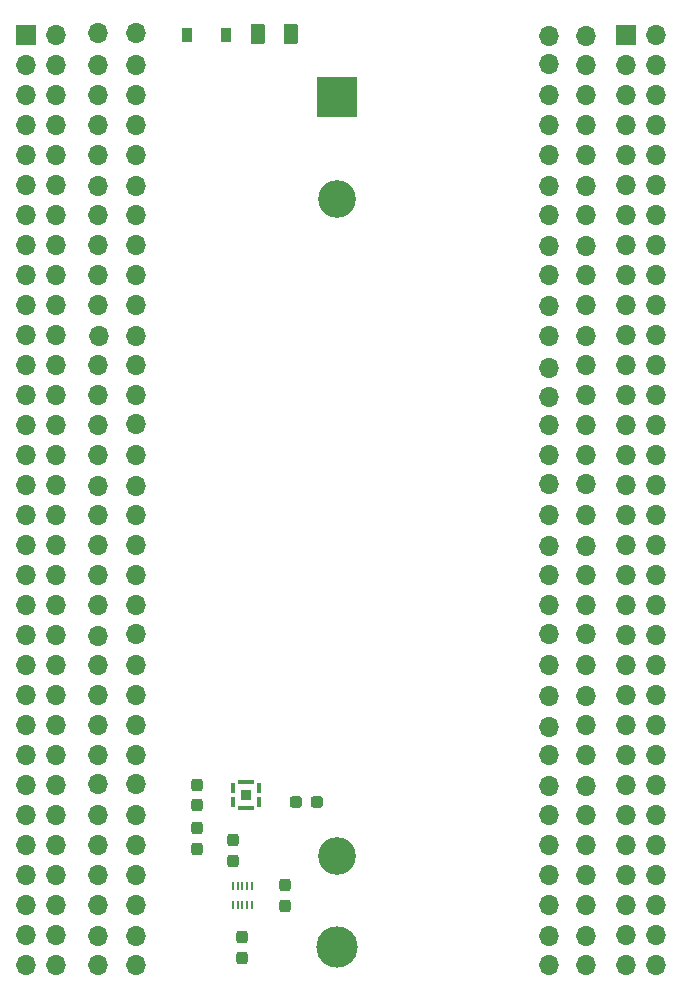
<source format=gbr>
%TF.GenerationSoftware,KiCad,Pcbnew,6.0.5-a6ca702e91~116~ubuntu20.04.1*%
%TF.CreationDate,2022-05-15T13:38:05+02:00*%
%TF.ProjectId,disco-board-pcb,64697363-6f2d-4626-9f61-72642d706362,rev?*%
%TF.SameCoordinates,Original*%
%TF.FileFunction,Soldermask,Bot*%
%TF.FilePolarity,Negative*%
%FSLAX46Y46*%
G04 Gerber Fmt 4.6, Leading zero omitted, Abs format (unit mm)*
G04 Created by KiCad (PCBNEW 6.0.5-a6ca702e91~116~ubuntu20.04.1) date 2022-05-15 13:38:05*
%MOMM*%
%LPD*%
G01*
G04 APERTURE LIST*
G04 Aperture macros list*
%AMRoundRect*
0 Rectangle with rounded corners*
0 $1 Rounding radius*
0 $2 $3 $4 $5 $6 $7 $8 $9 X,Y pos of 4 corners*
0 Add a 4 corners polygon primitive as box body*
4,1,4,$2,$3,$4,$5,$6,$7,$8,$9,$2,$3,0*
0 Add four circle primitives for the rounded corners*
1,1,$1+$1,$2,$3*
1,1,$1+$1,$4,$5*
1,1,$1+$1,$6,$7*
1,1,$1+$1,$8,$9*
0 Add four rect primitives between the rounded corners*
20,1,$1+$1,$2,$3,$4,$5,0*
20,1,$1+$1,$4,$5,$6,$7,0*
20,1,$1+$1,$6,$7,$8,$9,0*
20,1,$1+$1,$8,$9,$2,$3,0*%
G04 Aperture macros list end*
%ADD10R,1.447800X0.406400*%
%ADD11R,0.406400X0.939800*%
%ADD12R,0.939800X0.939800*%
%ADD13O,1.700000X1.700000*%
%ADD14C,3.200000*%
%ADD15R,3.500000X3.500000*%
%ADD16C,3.500000*%
%ADD17R,1.700000X1.700000*%
%ADD18RoundRect,0.250000X0.375000X0.625000X-0.375000X0.625000X-0.375000X-0.625000X0.375000X-0.625000X0*%
%ADD19RoundRect,0.237500X-0.237500X0.287500X-0.237500X-0.287500X0.237500X-0.287500X0.237500X0.287500X0*%
%ADD20RoundRect,0.237500X0.237500X-0.287500X0.237500X0.287500X-0.237500X0.287500X-0.237500X-0.287500X0*%
%ADD21R,0.250000X0.700000*%
%ADD22RoundRect,0.237500X-0.287500X-0.237500X0.287500X-0.237500X0.287500X0.237500X-0.287500X0.237500X0*%
%ADD23R,0.900000X1.200000*%
G04 APERTURE END LIST*
D10*
%TO.C,C2*%
X122700000Y-126017600D03*
D11*
X121582400Y-125475000D03*
X121582400Y-124325000D03*
D10*
X122700000Y-123782400D03*
D11*
X123817600Y-124325000D03*
X123817600Y-125475000D03*
D12*
X122700000Y-124900000D03*
%TD*%
D13*
%TO.C,TP41*%
X113400000Y-83400000D03*
%TD*%
%TO.C,TP108*%
X151500000Y-111300000D03*
%TD*%
%TO.C,TP24*%
X110200000Y-119000000D03*
%TD*%
%TO.C,TP25*%
X110200000Y-121500000D03*
%TD*%
%TO.C,TP7*%
X110200000Y-75800000D03*
%TD*%
%TO.C,TP88*%
X148400000Y-134200000D03*
%TD*%
%TO.C,TP45*%
X113400000Y-98700000D03*
%TD*%
%TO.C,TP123*%
X148400000Y-73300000D03*
%TD*%
%TO.C,TP43*%
X113400000Y-91000000D03*
%TD*%
%TO.C,TP2*%
X110200000Y-63100000D03*
%TD*%
%TO.C,TP77*%
X148400000Y-106300000D03*
%TD*%
%TO.C,TP32*%
X113400000Y-60400000D03*
%TD*%
%TO.C,TP48*%
X113400000Y-106300000D03*
%TD*%
%TO.C,TP20*%
X110200000Y-108800000D03*
%TD*%
%TO.C,TP10*%
X110200000Y-83400000D03*
%TD*%
%TO.C,TP22*%
X110200000Y-113900000D03*
%TD*%
%TO.C,TP29*%
X110200000Y-131700000D03*
%TD*%
%TO.C,TP15*%
X110200000Y-96100000D03*
%TD*%
%TO.C,TP74*%
X148400000Y-98600000D03*
%TD*%
%TO.C,TP121*%
X151500000Y-73300000D03*
%TD*%
%TO.C,TP57*%
X113400000Y-129100000D03*
%TD*%
%TO.C,TP14*%
X110200000Y-93600000D03*
%TD*%
%TO.C,TP73*%
X148400000Y-93600000D03*
%TD*%
%TO.C,TP18*%
X110200000Y-103700000D03*
%TD*%
%TO.C,TP3*%
X110200000Y-65600000D03*
%TD*%
%TO.C,TP70*%
X148400000Y-86000000D03*
%TD*%
%TO.C,TP12*%
X110200000Y-88500000D03*
%TD*%
%TO.C,TP114*%
X151500000Y-126600000D03*
%TD*%
%TO.C,TP23*%
X110200000Y-116400000D03*
%TD*%
%TO.C,TP52*%
X113400000Y-116400000D03*
%TD*%
%TO.C,TP35*%
X113400000Y-68200000D03*
%TD*%
%TO.C,TP71*%
X148400000Y-88700000D03*
%TD*%
%TO.C,TP113*%
X151500000Y-124100000D03*
%TD*%
%TO.C,TP85*%
X148400000Y-126600000D03*
%TD*%
%TO.C,TP21*%
X110200000Y-111400000D03*
%TD*%
%TO.C,TP33*%
X113400000Y-63100000D03*
%TD*%
%TO.C,TP53*%
X113400000Y-119000000D03*
%TD*%
%TO.C,TP122*%
X148400000Y-139300000D03*
%TD*%
%TO.C,TP31*%
X110200000Y-136800000D03*
%TD*%
%TO.C,TP109*%
X151500000Y-113900000D03*
%TD*%
%TO.C,TP99*%
X151500000Y-86000000D03*
%TD*%
%TO.C,TP47*%
X113400000Y-103700000D03*
%TD*%
%TO.C,TP98*%
X151500000Y-83400000D03*
%TD*%
%TO.C,TP59*%
X113400000Y-134200000D03*
%TD*%
%TO.C,TP107*%
X151500000Y-108800000D03*
%TD*%
%TO.C,TP72*%
X148400000Y-91200000D03*
%TD*%
%TO.C,TP34*%
X113400000Y-65600000D03*
%TD*%
%TO.C,TP65*%
X148400000Y-70700000D03*
%TD*%
%TO.C,TP8*%
X110200000Y-78300000D03*
%TD*%
%TO.C,TP94*%
X151500000Y-70700000D03*
%TD*%
%TO.C,TP78*%
X148400000Y-108800000D03*
%TD*%
%TO.C,TP80*%
X148400000Y-113900000D03*
%TD*%
%TO.C,TP68*%
X148400000Y-80900000D03*
%TD*%
%TO.C,TP19*%
X110200000Y-106300000D03*
%TD*%
%TO.C,TP75*%
X148400000Y-101200000D03*
%TD*%
%TO.C,TP119*%
X113400000Y-96100000D03*
%TD*%
%TO.C,TP38*%
X113400000Y-75800000D03*
%TD*%
%TO.C,TP105*%
X151500000Y-103800000D03*
%TD*%
%TO.C,TP67*%
X148400000Y-78400000D03*
%TD*%
%TO.C,TP62*%
X148400000Y-63000000D03*
%TD*%
%TO.C,TP66*%
X148400000Y-75800000D03*
%TD*%
%TO.C,TP79*%
X148400000Y-111300000D03*
%TD*%
%TO.C,TP86*%
X148400000Y-129100000D03*
%TD*%
%TO.C,TP125*%
X148400000Y-96100000D03*
%TD*%
%TO.C,TP124*%
X151500000Y-139300000D03*
%TD*%
%TO.C,TP91*%
X151500000Y-63100000D03*
%TD*%
%TO.C,TP56*%
X113400000Y-126600000D03*
%TD*%
%TO.C,TP42*%
X113400000Y-88500000D03*
%TD*%
%TO.C,TP39*%
X113400000Y-78300000D03*
%TD*%
%TO.C,TP84*%
X148400000Y-124100000D03*
%TD*%
%TO.C,TP63*%
X148400000Y-65600000D03*
%TD*%
%TO.C,TP97*%
X151500000Y-80900000D03*
%TD*%
%TO.C,TP81*%
X148400000Y-116500000D03*
%TD*%
%TO.C,TP106*%
X151500000Y-106300000D03*
%TD*%
%TO.C,TP54*%
X113400000Y-121500000D03*
%TD*%
%TO.C,TP4*%
X110200000Y-68200000D03*
%TD*%
%TO.C,TP95*%
X151500000Y-75800000D03*
%TD*%
%TO.C,TP60*%
X113400000Y-136800000D03*
%TD*%
%TO.C,TP64*%
X148400000Y-68200000D03*
%TD*%
%TO.C,TP90*%
X148400000Y-60600000D03*
%TD*%
%TO.C,TP5*%
X110200000Y-70700000D03*
%TD*%
%TO.C,TP50*%
X113400000Y-111300000D03*
%TD*%
%TO.C,TP27*%
X110200000Y-126600000D03*
%TD*%
%TO.C,TP17*%
X110200000Y-101200000D03*
%TD*%
%TO.C,TP83*%
X148400000Y-121500000D03*
%TD*%
%TO.C,TP96*%
X151500000Y-78400000D03*
%TD*%
%TO.C,TP44*%
X113400000Y-93500000D03*
%TD*%
%TO.C,TP40*%
X113400000Y-80900000D03*
%TD*%
%TO.C,TP111*%
X151500000Y-119000000D03*
%TD*%
%TO.C,TP102*%
X151500000Y-93600000D03*
%TD*%
%TO.C,TP87*%
X148400000Y-131700000D03*
%TD*%
%TO.C,TP112*%
X151500000Y-121500000D03*
%TD*%
%TO.C,TP16*%
X110200000Y-98700000D03*
%TD*%
%TO.C,TP11*%
X110300000Y-86000000D03*
%TD*%
%TO.C,TP103*%
X151500000Y-98600000D03*
%TD*%
%TO.C,TP110*%
X151500000Y-116500000D03*
%TD*%
%TO.C,TP100*%
X151500000Y-88500000D03*
%TD*%
%TO.C,TP36*%
X113400000Y-70700000D03*
%TD*%
%TO.C,TP127*%
X110200000Y-139300000D03*
%TD*%
%TO.C,TP30*%
X110200000Y-134200000D03*
%TD*%
%TO.C,TP117*%
X151500000Y-134200000D03*
%TD*%
%TO.C,TP128*%
X151500000Y-96100000D03*
%TD*%
%TO.C,TP93*%
X151500000Y-68200000D03*
%TD*%
%TO.C,TP58*%
X113400000Y-131700000D03*
%TD*%
%TO.C,TP76*%
X148400000Y-103800000D03*
%TD*%
%TO.C,TP120*%
X113400000Y-86000000D03*
%TD*%
%TO.C,TP115*%
X151500000Y-129100000D03*
%TD*%
%TO.C,TP46*%
X113400000Y-101200000D03*
%TD*%
%TO.C,TP26*%
X110200000Y-124000000D03*
%TD*%
%TO.C,TP126*%
X113400000Y-139300000D03*
%TD*%
%TO.C,TP61*%
X151500000Y-60600000D03*
%TD*%
%TO.C,TP89*%
X148400000Y-136800000D03*
%TD*%
%TO.C,TP37*%
X113400000Y-73300000D03*
%TD*%
%TO.C,TP69*%
X148400000Y-83500000D03*
%TD*%
%TO.C,TP49*%
X113400000Y-108800000D03*
%TD*%
%TO.C,TP51*%
X113400000Y-113900000D03*
%TD*%
%TO.C,TP1*%
X110200000Y-60400000D03*
%TD*%
%TO.C,TP101*%
X151500000Y-91000000D03*
%TD*%
%TO.C,TP9*%
X110200000Y-80900000D03*
%TD*%
%TO.C,TP28*%
X110200000Y-129100000D03*
%TD*%
%TO.C,TP116*%
X151500000Y-131700000D03*
%TD*%
%TO.C,TP104*%
X151500000Y-101200000D03*
%TD*%
%TO.C,TP55*%
X113400000Y-124000000D03*
%TD*%
%TO.C,TP92*%
X151500000Y-65600000D03*
%TD*%
D14*
%TO.C,BT1*%
X130400000Y-74445000D03*
X130400000Y-130055000D03*
D15*
X130400000Y-65800000D03*
D16*
X130400000Y-137800000D03*
%TD*%
D13*
%TO.C,TP82*%
X148400000Y-119100000D03*
%TD*%
%TO.C,TP6*%
X110200000Y-73300000D03*
%TD*%
%TO.C,TP118*%
X151500000Y-136800000D03*
%TD*%
%TO.C,TP13*%
X110200000Y-91000000D03*
%TD*%
D17*
%TO.C,J1*%
X104110000Y-60560000D03*
D13*
X106650000Y-60560000D03*
X104110000Y-63100000D03*
X106650000Y-63100000D03*
X104110000Y-65640000D03*
X106650000Y-65640000D03*
X104110000Y-68180000D03*
X106650000Y-68180000D03*
X104110000Y-70720000D03*
X106650000Y-70720000D03*
X104110000Y-73260000D03*
X106650000Y-73260000D03*
X104110000Y-75800000D03*
X106650000Y-75800000D03*
X104110000Y-78340000D03*
X106650000Y-78340000D03*
X104110000Y-80880000D03*
X106650000Y-80880000D03*
X104110000Y-83420000D03*
X106650000Y-83420000D03*
X104110000Y-85960000D03*
X106650000Y-85960000D03*
X104110000Y-88500000D03*
X106650000Y-88500000D03*
X104110000Y-91040000D03*
X106650000Y-91040000D03*
X104110000Y-93580000D03*
X106650000Y-93580000D03*
X104110000Y-96120000D03*
X106650000Y-96120000D03*
X104110000Y-98660000D03*
X106650000Y-98660000D03*
X104110000Y-101200000D03*
X106650000Y-101200000D03*
X104110000Y-103740000D03*
X106650000Y-103740000D03*
X104110000Y-106280000D03*
X106650000Y-106280000D03*
X104110000Y-108820000D03*
X106650000Y-108820000D03*
X104110000Y-111360000D03*
X106650000Y-111360000D03*
X104110000Y-113900000D03*
X106650000Y-113900000D03*
X104110000Y-116440000D03*
X106650000Y-116440000D03*
X104110000Y-118980000D03*
X106650000Y-118980000D03*
X104110000Y-121520000D03*
X106650000Y-121520000D03*
X104110000Y-124060000D03*
X106650000Y-124060000D03*
X104110000Y-126600000D03*
X106650000Y-126600000D03*
X104110000Y-129140000D03*
X106650000Y-129140000D03*
X104110000Y-131680000D03*
X106650000Y-131680000D03*
X104110000Y-134220000D03*
X106650000Y-134220000D03*
X104110000Y-136760000D03*
X106650000Y-136760000D03*
X104110000Y-139300000D03*
X106650000Y-139300000D03*
%TD*%
D18*
%TO.C,F1*%
X126511904Y-60493500D03*
X123711904Y-60493500D03*
%TD*%
D19*
%TO.C,C3*%
X122400000Y-136925000D03*
X122400000Y-138675000D03*
%TD*%
%TO.C,C1*%
X126000000Y-132525000D03*
X126000000Y-134275000D03*
%TD*%
D17*
%TO.C,J2*%
X154920000Y-60550000D03*
D13*
X157460000Y-60550000D03*
X154920000Y-63090000D03*
X157460000Y-63090000D03*
X154920000Y-65630000D03*
X157460000Y-65630000D03*
X154920000Y-68170000D03*
X157460000Y-68170000D03*
X154920000Y-70710000D03*
X157460000Y-70710000D03*
X154920000Y-73250000D03*
X157460000Y-73250000D03*
X154920000Y-75790000D03*
X157460000Y-75790000D03*
X154920000Y-78330000D03*
X157460000Y-78330000D03*
X154920000Y-80870000D03*
X157460000Y-80870000D03*
X154920000Y-83410000D03*
X157460000Y-83410000D03*
X154920000Y-85950000D03*
X157460000Y-85950000D03*
X154920000Y-88490000D03*
X157460000Y-88490000D03*
X154920000Y-91030000D03*
X157460000Y-91030000D03*
X154920000Y-93570000D03*
X157460000Y-93570000D03*
X154920000Y-96110000D03*
X157460000Y-96110000D03*
X154920000Y-98650000D03*
X157460000Y-98650000D03*
X154920000Y-101190000D03*
X157460000Y-101190000D03*
X154920000Y-103730000D03*
X157460000Y-103730000D03*
X154920000Y-106270000D03*
X157460000Y-106270000D03*
X154920000Y-108810000D03*
X157460000Y-108810000D03*
X154920000Y-111350000D03*
X157460000Y-111350000D03*
X154920000Y-113890000D03*
X157460000Y-113890000D03*
X154920000Y-116430000D03*
X157460000Y-116430000D03*
X154920000Y-118970000D03*
X157460000Y-118970000D03*
X154920000Y-121510000D03*
X157460000Y-121510000D03*
X154920000Y-124050000D03*
X157460000Y-124050000D03*
X154920000Y-126590000D03*
X157460000Y-126590000D03*
X154920000Y-129130000D03*
X157460000Y-129130000D03*
X154920000Y-131670000D03*
X157460000Y-131670000D03*
X154920000Y-134210000D03*
X157460000Y-134210000D03*
X154920000Y-136750000D03*
X157460000Y-136750000D03*
X154920000Y-139290000D03*
X157460000Y-139290000D03*
%TD*%
D20*
%TO.C,R1*%
X118600000Y-125775000D03*
X118600000Y-124025000D03*
%TD*%
%TO.C,C4*%
X121600000Y-130475000D03*
X121600000Y-128725000D03*
%TD*%
D21*
%TO.C,U1*%
X121600000Y-132600000D03*
X122000000Y-132600000D03*
X122400000Y-132600000D03*
X122800000Y-132600000D03*
X123200000Y-132600000D03*
X123200000Y-134200000D03*
X122800000Y-134200000D03*
X122400000Y-134200000D03*
X122000000Y-134200000D03*
X121600000Y-134200000D03*
%TD*%
D22*
%TO.C,C5*%
X126975000Y-125500000D03*
X128725000Y-125500000D03*
%TD*%
D19*
%TO.C,R2*%
X118600000Y-127725000D03*
X118600000Y-129475000D03*
%TD*%
D23*
%TO.C,D1*%
X117712404Y-60550000D03*
X121012404Y-60550000D03*
%TD*%
M02*

</source>
